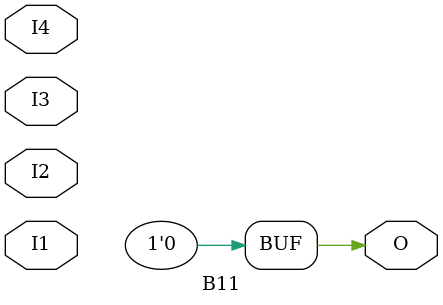
<source format=v>
/*
 * For the purposes of easy implementation, the NAND gate implementation will chosen
 * to be converted to HDL. 
 */

module B1(O, I1, I2, I3, I4);
    output O;
    input I1, I2, I3, I4;

// B1 only 
assign O = 1'b1;
endmodule

module B2(O, I1, I2, I3, I4);
    output O;
    input I1, I2, I3, I4;
    wire W1, W2, W3;

nand G1(W1, !I1, !I2, !I3),
     G2(W2, !I2, I3, !I4),
     G3(W3, I1, !I2, I4),
     G4(O, W1, W2, W3);
endmodule

module B3(O, I1, I2, I3, I4);
    output O;
    input I1, I2, I3, I4;
    wire W1, W2;

nand G1(W1, I1, I2, !I3, !I4),
     G2(W2, I1, I2, I3, I4),
     G3(O, W1, W2);
endmodule

module B4(O, I1, I2, I3, I4);
    output O;
    input I1, I2, I3, I4;
    wire W1, W2, W3, W4;

nand G1(W1, !I1, !I2, !I4),
     G2(W2, !I1, I3, I4),
     G3(W3, I2, !I4),
     G4(W4, I1, I2),
     G5(O, W1, W2, W3, W4);
endmodule

module B5(O, I1, I2, I3, I4);
    output O;
    input I1, I2, I3, I4;
    wire W1, W2, W3;

nand G1(W1, !I2, !I3),
     G2(W2, I3, !I4),
     G3(W3, I2, I4),
     G4(O, W1, W2, W3);
endmodule

module B6(O, I1, I2, I3, I4);
    output O;
    input I1, I2, I3, I4;
    wire W1, W2, W3, W4;

nand G1(W1, !I1, !I2, !I3, I4),
     G2(W2, !I1, !I2, I3, !I4),
     G3(W3, I1, !I2, !I3, !I4),
     G4(W4, I1, !I2, I3, I4),
     G5(O, W1, W2, W3, W4);
endmodule

module B7(O, I1, I2, I3, I4);
    output O;
    input I1, I2, I3, I4;
    wire W1, W2;

nand G1(W1, !I1, !I2, I3, I4),
     G2(W2, I1, I2, !I3),
     G3(O, W1, W2);
endmodule

module B8(O, I1, I2, I3, I4);
    output O;
    input I1, I2, I3, I4;
    wire W1, W2, W3, W4, W5;
	
nand G1(W1, !I1, !I3),
	 G2(W2, !I1, !I2, I4),
	 G3(W3, !I3, I4),
	 G4(W4, I2, !I4),
	 G5(W5, I1, I2),
	 G6(O, W1, W2, W3, W4, W5);
endmodule
	 
module B9(O, I1, I2, I3, I4);
    output O;
    input I1, I2, I3, I4;
    wire W1, W2, W3, W4, W5;
	
nand G1(W1, !I1, !I3),
	 G2(W2, !I2, !I4),
	 G3(W3, !I3, !I4),
	 G4(W4, I2, I4),
	 G5(W5, I1, I3),
	 G6(O, W1, W2, W3, W4, W5);
endmodule

module B10(O, I1, I2, I3, I4);
    output O;
    input I1, I2, I3, I4;
    wire W1, W2, W3, W4, W5;
	
nand G1(W1, !I1, !I2, I3, !I4),
	 G2(W2, I1, I2, I3, !I4),
	 G3(O, W1, W2);
endmodule

module B11(O, I1, I2, I3, I4);
    output O;
    input I1, I2, I3, I4;

assign O = 1'b0;
endmodule
</source>
